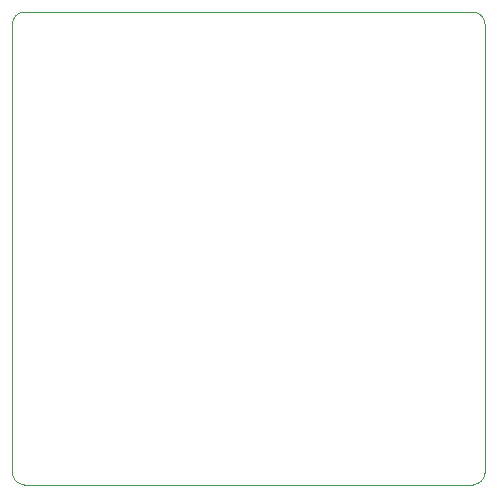
<source format=gko>
G04 #@! TF.GenerationSoftware,KiCad,Pcbnew,(6.0.0)*
G04 #@! TF.CreationDate,2022-06-18T15:13:31-07:00*
G04 #@! TF.ProjectId,max86141_Rev_A,6d617838-3631-4343-915f-5265765f412e,A*
G04 #@! TF.SameCoordinates,Original*
G04 #@! TF.FileFunction,Profile,NP*
%FSLAX46Y46*%
G04 Gerber Fmt 4.6, Leading zero omitted, Abs format (unit mm)*
G04 Created by KiCad (PCBNEW (6.0.0)) date 2022-06-18 15:13:31*
%MOMM*%
%LPD*%
G01*
G04 APERTURE LIST*
G04 #@! TA.AperFunction,Profile*
%ADD10C,0.100000*%
G04 #@! TD*
G04 APERTURE END LIST*
D10*
X131000000Y-130000000D02*
X169000000Y-130000000D01*
X169000000Y-90000000D02*
X131000000Y-90000000D01*
X170000000Y-91000000D02*
G75*
G03*
X169000000Y-90000000I-999999J1D01*
G01*
X130000000Y-129000000D02*
G75*
G03*
X131000000Y-130000000I999999J-1D01*
G01*
X169000000Y-130000000D02*
G75*
G03*
X170000000Y-129000000I1J999999D01*
G01*
X131000000Y-90000000D02*
G75*
G03*
X130000000Y-91000000I-1J-999999D01*
G01*
X130000000Y-91000000D02*
X130000000Y-129000000D01*
X170000000Y-129000000D02*
X170000000Y-91000000D01*
M02*

</source>
